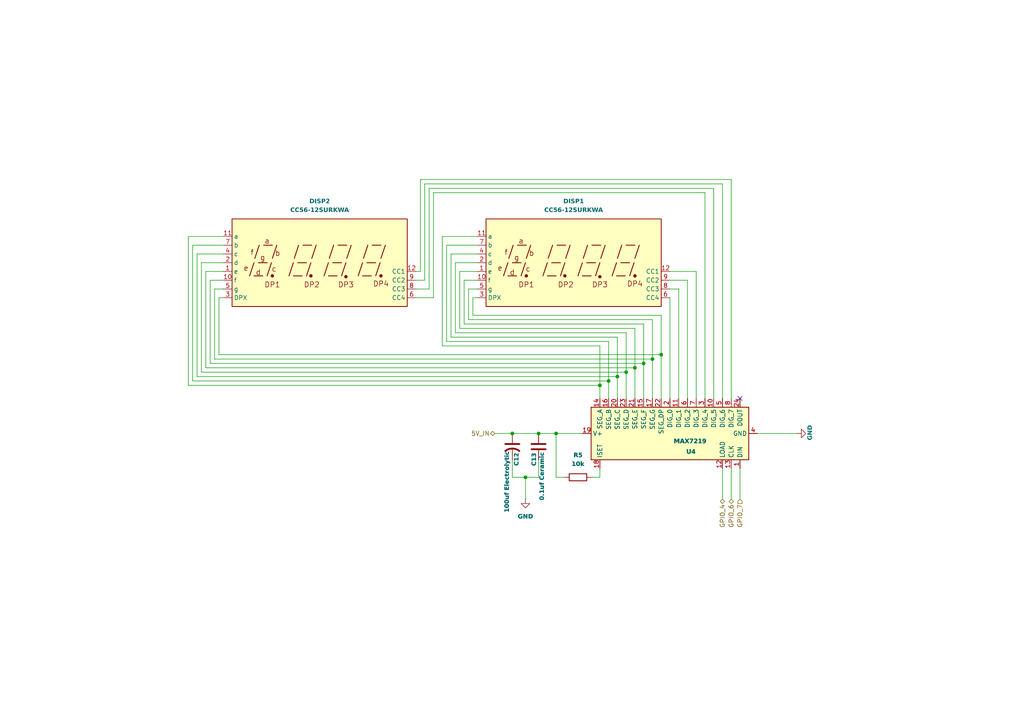
<source format=kicad_sch>
(kicad_sch (version 20250114) (generator "eeschema") (generator_version "9.0")
  (paper "A4")
  (lib_symbols
    (symbol "Device:C" (pin_numbers (hide yes)) (pin_names (offset 0.254))
      (property "Reference" "C" (at 0.635 2.54 0))
      (property "Value" "C" (at 0.635 -2.54 0))
      (symbol "C_0_1"
        (polyline (pts (xy -2.032 0.762) (xy 2.032 0.762)) (stroke (width 0.508)))
        (polyline (pts (xy -2.032 -0.762) (xy 2.032 -0.762)) (stroke (width 0.508)))
      )
      (symbol "C_1_1"
        (pin passive line (at 0 3.81 270) (length 2.794) (name "~") (number "1"))
        (pin passive line (at 0 -3.81 90) (length 2.794) (name "~") (number "2"))
      )
    )
    (symbol "Device:C_US" (pin_numbers (hide yes)) (pin_names (offset 0.254) (hide yes))
      (property "Reference" "C" (at 0.635 2.54 0))
      (property "Value" "C_US" (at 0.635 -2.54 0))
      (symbol "C_US_0_1"
        (polyline (pts (xy -2.032 0.762) (xy 2.032 0.762)) (stroke (width 0.508)))
        (arc (start -2.032 -1.27) (mid 0 -0.5572) (end 2.032 -1.27) (stroke (width 0.508)))
      )
      (symbol "C_US_1_1"
        (pin passive line (at 0 3.81 270) (length 2.794) (name "~") (number "1"))
        (pin passive line (at 0 -3.81 90) (length 3.302) (name "~") (number "2"))
      )
    )
    (symbol "Device:R" (pin_numbers (hide yes)) (pin_names (offset 0))
      (property "Reference" "R" (at 2.032 0 90))
      (property "Value" "R" (at 0 0 90))
      (symbol "R_0_1"
        (rectangle (start -1.016 -2.54) (end 1.016 2.54) (stroke (width 0.254)))
      )
      (symbol "R_1_1"
        (pin passive line (at 0 3.81 270) (length 1.27) (name "~") (number "1"))
        (pin passive line (at 0 -3.81 90) (length 1.27) (name "~") (number "2"))
      )
    )
    (symbol "Display_Character:CC56-12SURKWA"
      (property "Reference" "U" (at -24.13 13.97 0))
      (property "Value" "CC56-12SURKWA" (at 16.51 13.97 0))
      (symbol "CC56-12SURKWA_0_0"
        (rectangle (start -25.4 12.7) (end 25.4 -12.7) (stroke (width 0.254)) (fill (type background)))
        (polyline (pts (xy -20.32 -3.81) (xy -19.05 0)) (stroke (width 0.254)))
        (polyline (pts (xy -19.05 -3.81) (xy -16.51 -3.81)) (stroke (width 0.254)))
        (polyline (pts (xy -18.796 1.27) (xy -17.526 5.08)) (stroke (width 0.254)))
        (polyline (pts (xy -17.78 0) (xy -15.24 0)) (stroke (width 0.254)))
        (polyline (pts (xy -16.256 5.08) (xy -13.716 5.08)) (stroke (width 0.254)))
        (polyline (pts (xy -15.24 -3.81) (xy -13.97 0)) (stroke (width 0.254)))
        (polyline (pts (xy -13.716 1.27) (xy -12.446 5.08)) (stroke (width 0.254)))
        (polyline (pts (xy -8.89 -3.81) (xy -7.62 0)) (stroke (width 0.254)))
        (polyline (pts (xy -7.62 -3.81) (xy -5.08 -3.81)) (stroke (width 0.254)))
        (polyline (pts (xy -7.366 1.27) (xy -6.096 5.08)) (stroke (width 0.254)))
        (polyline (pts (xy -6.35 0) (xy -3.81 0)) (stroke (width 0.254)))
        (polyline (pts (xy -4.826 5.08) (xy -2.286 5.08)) (stroke (width 0.254)))
        (polyline (pts (xy -3.81 -3.81) (xy -2.54 0)) (stroke (width 0.254)))
        (polyline (pts (xy -2.286 1.27) (xy -1.016 5.08)) (stroke (width 0.254)))
        (polyline (pts (xy 1.27 -3.81) (xy 2.54 0)) (stroke (width 0.254)))
        (polyline (pts (xy 2.54 -3.81) (xy 5.08 -3.81)) (stroke (width 0.254)))
        (polyline (pts (xy 2.794 1.27) (xy 4.064 5.08)) (stroke (width 0.254)))
        (polyline (pts (xy 3.81 0) (xy 6.35 0)) (stroke (width 0.254)))
        (polyline (pts (xy 5.334 5.08) (xy 7.874 5.08)) (stroke (width 0.254)))
        (polyline (pts (xy 6.35 -3.81) (xy 7.62 0)) (stroke (width 0.254)))
        (polyline (pts (xy 7.874 1.27) (xy 9.144 5.08)) (stroke (width 0.254)))
        (polyline (pts (xy 11.176 -3.81) (xy 12.446 0)) (stroke (width 0.254)))
        (polyline (pts (xy 12.446 -3.81) (xy 14.986 -3.81)) (stroke (width 0.254)))
        (polyline (pts (xy 12.7 1.27) (xy 13.97 5.08)) (stroke (width 0.254)))
        (polyline (pts (xy 13.716 0) (xy 16.256 0)) (stroke (width 0.254)))
        (polyline (pts (xy 15.24 5.08) (xy 17.78 5.08)) (stroke (width 0.254)))
        (polyline (pts (xy 16.256 -3.81) (xy 17.526 0)) (stroke (width 0.254)))
        (polyline (pts (xy 17.78 1.27) (xy 19.05 5.08)) (stroke (width 0.254)))
        (text "e" (at -21.336 -1.524 0) (effects (font (size 1.524 1.524))))
        (text "f" (at -19.558 3.048 0) (effects (font (size 1.524 1.524))))
        (text "d" (at -17.78 -2.794 0) (effects (font (size 1.524 1.524))))
        (text "g" (at -16.51 1.524 0) (effects (font (size 1.524 1.524))))
        (text "a" (at -15.24 6.35 0) (effects (font (size 1.524 1.524))))
        (text "DP1" (at -13.716 -6.35 0) (effects (font (size 1.524 1.524))))
        (text "c" (at -13.208 -1.778 0) (effects (font (size 1.524 1.524))))
        (text "b" (at -12.192 2.794 0) (effects (font (size 1.524 1.524))))
        (text "DP2" (at -2.286 -6.35 0) (effects (font (size 1.524 1.524))))
        (text "DP3" (at 7.62 -6.35 0) (effects (font (size 1.524 1.524))))
        (text "DP4" (at 17.78 -6.096 0) (effects (font (size 1.524 1.524))))
      )
      (symbol "CC56-12SURKWA_0_1"
        (circle (center -13.716 -3.81) (radius 0.3556) (stroke (width 0.254)) (fill (type outline)))
        (circle (center -2.54 -3.81) (radius 0.3556) (stroke (width 0.254)) (fill (type outline)))
      )
      (symbol "CC56-12SURKWA_1_0"
        (circle (center 7.62 -4.064) (radius 0.3556) (stroke (width 0.254)) (fill (type outline)))
        (circle (center 17.78 -3.81) (radius 0.3556) (stroke (width 0.254)) (fill (type outline)))
      )
      (symbol "CC56-12SURKWA_1_1"
        (pin input line (at -27.94 7.62 0) (length 2.54) (name "a") (number "11"))
        (pin input line (at -27.94 5.08 0) (length 2.54) (name "b") (number "7"))
        (pin input line (at -27.94 2.54 0) (length 2.54) (name "c") (number "4"))
        (pin input line (at -27.94 0 0) (length 2.54) (name "d") (number "2"))
        (pin input line (at -27.94 -2.54 0) (length 2.54) (name "e") (number "1"))
        (pin input line (at -27.94 -5.08 0) (length 2.54) (name "f") (number "10"))
        (pin input line (at -27.94 -7.62 0) (length 2.54) (name "g") (number "5"))
        (pin input line (at -27.94 -10.16 0) (length 2.54) (name "DPX") (number "3"))
        (pin input line (at 27.94 -2.54 180) (length 2.54) (name "CC1") (number "12"))
        (pin input line (at 27.94 -5.08 180) (length 2.54) (name "CC2") (number "9"))
        (pin input line (at 27.94 -7.62 180) (length 2.54) (name "CC3") (number "8"))
        (pin input line (at 27.94 -10.16 180) (length 2.54) (name "CC4") (number "6"))
      )
    )
    (symbol "Driver_LED:MAX7219"
      (property "Reference" "U" (at -6.35 24.13 0))
      (property "Value" "MAX7219" (at 1.27 25.4 0))
      (symbol "MAX7219_0_1"
        (rectangle (start -7.62 22.86) (end 7.62 -22.86) (stroke (width 0.254)) (fill (type background)))
      )
      (symbol "MAX7219_1_1"
        (pin input line (at -10.16 20.32 0) (length 2.54) (name "ISET") (number "18"))
        (pin input line (at -10.16 -15.24 0) (length 2.54) (name "LOAD") (number "12"))
        (pin input line (at -10.16 -17.78 0) (length 2.54) (name "CLK") (number "13"))
        (pin input line (at -10.16 -20.32 0) (length 2.54) (name "DIN") (number "1"))
        (pin power_in line (at 0 25.4 270) (length 2.54) (name "V+") (number "19"))
        (pin power_in line (at 0 -25.4 90) (length 2.54) (name "GND") (number "4"))
        (pin passive line (at 0 -25.4 90) (length 2.54) (hide yes) (name "GND") (number "9"))
        (pin output line (at 10.16 20.32 180) (length 2.54) (name "SEG_A") (number "14"))
        (pin output line (at 10.16 17.78 180) (length 2.54) (name "SEG_B") (number "16"))
        (pin output line (at 10.16 15.24 180) (length 2.54) (name "SEG_C") (number "20"))
        (pin output line (at 10.16 12.7 180) (length 2.54) (name "SEG_D") (number "23"))
        (pin output line (at 10.16 10.16 180) (length 2.54) (name "SEG_E") (number "21"))
        (pin output line (at 10.16 7.62 180) (length 2.54) (name "SEG_F") (number "15"))
        (pin output line (at 10.16 5.08 180) (length 2.54) (name "SEG_G") (number "17"))
        (pin output line (at 10.16 2.54 180) (length 2.54) (name "SEG_DP") (number "22"))
        (pin output line (at 10.16 0 180) (length 2.54) (name "DIG_0") (number "2"))
        (pin output line (at 10.16 -2.54 180) (length 2.54) (name "DIG_1") (number "11"))
        (pin output line (at 10.16 -5.08 180) (length 2.54) (name "DIG_2") (number "6"))
        (pin output line (at 10.16 -7.62 180) (length 2.54) (name "DIG_3") (number "7"))
        (pin output line (at 10.16 -10.16 180) (length 2.54) (name "DIG_4") (number "3"))
        (pin output line (at 10.16 -12.7 180) (length 2.54) (name "DIG_5") (number "10"))
        (pin output line (at 10.16 -15.24 180) (length 2.54) (name "DIG_6") (number "5"))
        (pin output line (at 10.16 -17.78 180) (length 2.54) (name "DIG_7") (number "8"))
        (pin output line (at 10.16 -20.32 180) (length 2.54) (name "DOUT") (number "24"))
      )
    )
    (symbol "power:GND" (power) (pin_numbers (hide yes)) (pin_names (offset 0) (hide yes))
      (property "Value" "GND" (at 0 -3.81 0))
      (symbol "GND_0_1"
        (polyline (pts (xy 0 0) (xy 0 -1.27) (xy 1.27 -1.27) (xy 0 -2.54) (xy -1.27 -1.27) (xy 0 -1.27)))
      )
      (symbol "GND_1_1"
        (pin power_in line (at 0 0 270) (length 0) (name "~") (number "1"))
      )
    )
  )
  (junction (at 191.77 102.87))
  (junction (at 184.15 106.68))
  (junction (at 148.59 125.73))
  (junction (at 156.21 125.73))
  (junction (at 179.07 109.22))
  (junction (at 161.29 125.73))
  (junction (at 152.4 138.43))
  (junction (at 181.61 107.95))
  (junction (at 186.69 105.41))
  (junction (at 176.53 110.49))
  (junction (at 189.23 104.14))
  (junction (at 173.99 111.76))
  (no_connect (at 214.63 115.57))
  (wire (pts (xy 176.53 99.06) (xy 176.53 110.49)))
  (wire (pts (xy 212.09 52.07) (xy 121.92 52.07)))
  (wire (pts (xy 194.31 86.36) (xy 194.31 115.57)))
  (wire (pts (xy 201.93 78.74) (xy 194.31 78.74)))
  (wire (pts (xy 134.62 93.98) (xy 186.69 93.98)))
  (wire (pts (xy 173.99 135.89) (xy 173.99 138.43)))
  (wire (pts (xy 163.83 138.43) (xy 161.29 138.43)))
  (wire (pts (xy 64.77 78.74) (xy 59.69 78.74)))
  (wire (pts (xy 189.23 104.14) (xy 189.23 115.57)))
  (wire (pts (xy 57.15 109.22) (xy 179.07 109.22)))
  (wire (pts (xy 124.46 83.82) (xy 120.65 83.82)))
  (wire (pts (xy 156.21 125.73) (xy 148.59 125.73)))
  (wire (pts (xy 138.43 81.28) (xy 134.62 81.28)))
  (wire (pts (xy 123.19 81.28) (xy 120.65 81.28)))
  (wire (pts (xy 161.29 125.73) (xy 168.91 125.73)))
  (wire (pts (xy 191.77 91.44) (xy 191.77 102.87)))
  (wire (pts (xy 133.35 78.74) (xy 133.35 95.25)))
  (wire (pts (xy 59.69 78.74) (xy 59.69 106.68)))
  (wire (pts (xy 125.73 55.88) (xy 125.73 86.36)))
  (wire (pts (xy 209.55 115.57) (xy 209.55 53.34)))
  (wire (pts (xy 62.23 83.82) (xy 62.23 104.14)))
  (wire (pts (xy 58.42 107.95) (xy 181.61 107.95)))
  (wire (pts (xy 138.43 76.2) (xy 132.08 76.2)))
  (wire (pts (xy 138.43 71.12) (xy 129.54 71.12)))
  (wire (pts (xy 161.29 125.73) (xy 156.21 125.73)))
  (wire (pts (xy 64.77 68.58) (xy 54.61 68.58)))
  (wire (pts (xy 148.59 138.43) (xy 152.4 138.43)))
  (wire (pts (xy 59.69 106.68) (xy 184.15 106.68)))
  (wire (pts (xy 138.43 83.82) (xy 135.89 83.82)))
  (wire (pts (xy 134.62 81.28) (xy 134.62 93.98)))
  (wire (pts (xy 148.59 133.35) (xy 148.59 138.43)))
  (wire (pts (xy 58.42 76.2) (xy 58.42 107.95)))
  (wire (pts (xy 138.43 86.36) (xy 137.16 86.36)))
  (wire (pts (xy 212.09 115.57) (xy 212.09 52.07)))
  (wire (pts (xy 64.77 73.66) (xy 57.15 73.66)))
  (wire (pts (xy 152.4 138.43) (xy 152.4 144.78)))
  (wire (pts (xy 231.14 125.73) (xy 219.71 125.73)))
  (wire (pts (xy 207.01 115.57) (xy 207.01 54.61)))
  (wire (pts (xy 179.07 109.22) (xy 179.07 115.57)))
  (wire (pts (xy 184.15 106.68) (xy 184.15 115.57)))
  (wire (pts (xy 135.89 92.71) (xy 189.23 92.71)))
  (wire (pts (xy 137.16 91.44) (xy 191.77 91.44)))
  (wire (pts (xy 201.93 115.57) (xy 201.93 78.74)))
  (wire (pts (xy 120.65 78.74) (xy 121.92 78.74)))
  (wire (pts (xy 176.53 110.49) (xy 176.53 115.57)))
  (wire (pts (xy 186.69 93.98) (xy 186.69 105.41)))
  (wire (pts (xy 138.43 73.66) (xy 130.81 73.66)))
  (wire (pts (xy 125.73 86.36) (xy 120.65 86.36)))
  (wire (pts (xy 132.08 96.52) (xy 181.61 96.52)))
  (wire (pts (xy 64.77 76.2) (xy 58.42 76.2)))
  (wire (pts (xy 129.54 99.06) (xy 176.53 99.06)))
  (wire (pts (xy 128.27 100.33) (xy 173.99 100.33)))
  (wire (pts (xy 54.61 68.58) (xy 54.61 111.76)))
  (wire (pts (xy 212.09 135.89) (xy 212.09 144.78)))
  (wire (pts (xy 123.19 53.34) (xy 123.19 81.28)))
  (wire (pts (xy 133.35 95.25) (xy 184.15 95.25)))
  (wire (pts (xy 54.61 111.76) (xy 173.99 111.76)))
  (wire (pts (xy 64.77 83.82) (xy 62.23 83.82)))
  (wire (pts (xy 184.15 95.25) (xy 184.15 106.68)))
  (wire (pts (xy 161.29 138.43) (xy 161.29 125.73)))
  (wire (pts (xy 135.89 83.82) (xy 135.89 92.71)))
  (wire (pts (xy 130.81 73.66) (xy 130.81 97.79)))
  (wire (pts (xy 179.07 97.79) (xy 179.07 109.22)))
  (wire (pts (xy 137.16 86.36) (xy 137.16 91.44)))
  (wire (pts (xy 173.99 138.43) (xy 171.45 138.43)))
  (wire (pts (xy 196.85 115.57) (xy 196.85 83.82)))
  (wire (pts (xy 62.23 104.14) (xy 189.23 104.14)))
  (wire (pts (xy 181.61 107.95) (xy 181.61 115.57)))
  (wire (pts (xy 55.88 71.12) (xy 55.88 110.49)))
  (wire (pts (xy 189.23 92.71) (xy 189.23 104.14)))
  (wire (pts (xy 199.39 115.57) (xy 199.39 81.28)))
  (wire (pts (xy 204.47 55.88) (xy 125.73 55.88)))
  (wire (pts (xy 173.99 100.33) (xy 173.99 111.76)))
  (wire (pts (xy 60.96 81.28) (xy 60.96 105.41)))
  (wire (pts (xy 130.81 97.79) (xy 179.07 97.79)))
  (wire (pts (xy 196.85 83.82) (xy 194.31 83.82)))
  (wire (pts (xy 152.4 138.43) (xy 156.21 138.43)))
  (wire (pts (xy 214.63 135.89) (xy 214.63 144.78)))
  (wire (pts (xy 173.99 111.76) (xy 173.99 115.57)))
  (wire (pts (xy 138.43 68.58) (xy 128.27 68.58)))
  (wire (pts (xy 57.15 73.66) (xy 57.15 109.22)))
  (wire (pts (xy 128.27 68.58) (xy 128.27 100.33)))
  (wire (pts (xy 121.92 52.07) (xy 121.92 78.74)))
  (wire (pts (xy 64.77 81.28) (xy 60.96 81.28)))
  (wire (pts (xy 129.54 71.12) (xy 129.54 99.06)))
  (wire (pts (xy 156.21 133.35) (xy 156.21 138.43)))
  (wire (pts (xy 124.46 54.61) (xy 124.46 83.82)))
  (wire (pts (xy 199.39 81.28) (xy 194.31 81.28)))
  (wire (pts (xy 209.55 53.34) (xy 123.19 53.34)))
  (wire (pts (xy 63.5 86.36) (xy 63.5 102.87)))
  (wire (pts (xy 204.47 115.57) (xy 204.47 55.88)))
  (wire (pts (xy 209.55 135.89) (xy 209.55 144.78)))
  (wire (pts (xy 143.51 125.73) (xy 148.59 125.73)))
  (wire (pts (xy 191.77 102.87) (xy 191.77 115.57)))
  (wire (pts (xy 63.5 102.87) (xy 191.77 102.87)))
  (wire (pts (xy 132.08 76.2) (xy 132.08 96.52)))
  (wire (pts (xy 186.69 105.41) (xy 186.69 115.57)))
  (wire (pts (xy 63.5 86.36) (xy 64.77 86.36)))
  (wire (pts (xy 60.96 105.41) (xy 186.69 105.41)))
  (wire (pts (xy 207.01 54.61) (xy 124.46 54.61)))
  (wire (pts (xy 64.77 71.12) (xy 55.88 71.12)))
  (wire (pts (xy 181.61 96.52) (xy 181.61 107.95)))
  (wire (pts (xy 55.88 110.49) (xy 176.53 110.49)))
  (wire (pts (xy 138.43 78.74) (xy 133.35 78.74)))
  (hierarchical_label "GPIO_7" (shape input) (at 214.63 144.78 270))
  (hierarchical_label "GPIO_4" (shape bidirectional) (at 209.55 144.78 270))
  (hierarchical_label "GPIO_6" (shape bidirectional) (at 212.09 144.78 270))
  (hierarchical_label "5V_IN" (shape bidirectional) (at 143.51 125.73 180))
  (symbol (lib_id "power:GND") (at 231.14 125.73 90) (unit 1)
    (property "Reference" "#PWR012" (effects (hide yes)))
    (property "Value" "GND" (at 234.95 123.444 0) (effects (justify right)))
    (property "Description" "Power symbol creates a global label with name \"GND\" , ground" (effects (hide yes)))
  )
  (symbol (lib_id "Device:R") (at 167.64 138.43 90) (unit 1)
    (property "Reference" "R5" (at 167.64 132.08 90))
    (property "Value" "10k" (at 167.64 134.62 90))
    (property "Description" "Resistor" (effects (hide yes)))
  )
  (symbol (lib_id "Display_Character:CC56-12SURKWA") (at 92.71 76.2 0) (unit 1)
    (property "Reference" "DISP2" (at 92.71 58.42 0))
    (property "Value" "CC56-12SURKWA" (at 92.71 60.96 0))
    (property "Footprint" "Display_7Segment:CA56-12SURKWA" (effects (hide yes)))
    (property "Datasheet" "http://www.kingbright.com/attachments/file/psearch/000/00/00/CC56-12SURKWA(Ver.7A).pdf" (effects (hide yes)))
    (property "Description" "4 digit 7 segment hyper red LED, common cathode" (effects (hide yes)))
  )
  (symbol (lib_id "Display_Character:CC56-12SURKWA") (at 166.37 76.2 0) (unit 1)
    (property "Reference" "DISP1" (at 166.37 58.42 0))
    (property "Value" "CC56-12SURKWA" (at 166.37 60.96 0))
    (property "Footprint" "Display_7Segment:CA56-12SURKWA" (effects (hide yes)))
    (property "Datasheet" "http://www.kingbright.com/attachments/file/psearch/000/00/00/CC56-12SURKWA(Ver.7A).pdf" (effects (hide yes)))
    (property "Description" "4 digit 7 segment hyper red LED, common cathode" (effects (hide yes)))
  )
  (symbol (lib_id "power:GND") (at 152.4 144.78 0) (mirror y) (unit 1)
    (property "Reference" "#PWR011" (effects (hide yes)))
    (property "Value" "GND" (at 152.4 149.86 0))
    (property "Description" "Power symbol creates a global label with name \"GND\" , ground" (effects (hide yes)))
  )
  (symbol (lib_id "Driver_LED:MAX7219") (at 194.31 125.73 90) (unit 1)
    (property "Reference" "U4" (at 200.406 131.064 90))
    (property "Value" "MAX7219" (at 200.152 128.016 90))
    (property "Datasheet" "https://datasheets.maximintegrated.com/en/ds/MAX7219-MAX7221.pdf" (effects (hide yes)))
    (property "Description" "8-Digit LED Display Driver" (effects (hide yes)))
  )
  (symbol (lib_id "Device:C") (at 156.21 129.54 0) (mirror y) (unit 1)
    (property "Reference" "C13" (at 154.94 135.128 90) (effects (justify left)))
    (property "Value" "0.1uf Ceramic" (at 157.226 145.034 90) (effects (justify left)))
    (property "Footprint" "GRM033C71C104KE14D:CAPC0603X33N" (effects (hide yes)))
    (property "Description" "Unpolarized capacitor" (effects (hide yes)))
  )
  (symbol (lib_id "Device:C_US") (at 148.59 129.54 0) (unit 1)
    (property "Reference" "C12" (at 149.86 131.318 90) (effects (justify right)))
    (property "Value" "100uf Electrolytic" (at 147.066 131.064 90) (effects (justify right)))
    (property "Footprint" "35ZLH100MEFC6_3X11:CAP_YX_6P3X11_RUB" (effects (hide yes)))
    (property "Description" "capacitor, US symbol" (effects (hide yes)))
  )
)
</source>
